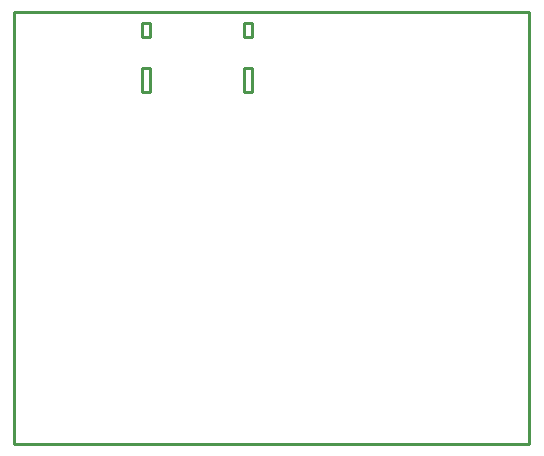
<source format=gbr>
G04 EAGLE Gerber RS-274X export*
G75*
%MOMM*%
%FSLAX34Y34*%
%LPD*%
%IN*%
%IPPOS*%
%AMOC8*
5,1,8,0,0,1.08239X$1,22.5*%
G01*
%ADD10C,0.254000*%


D10*
X254Y508D02*
X436118Y508D01*
X436118Y366014D01*
X254Y366014D01*
X254Y508D01*
X108240Y344530D02*
X115190Y344530D01*
X115190Y356530D01*
X108240Y356530D01*
X108240Y344530D01*
X194690Y344530D02*
X201640Y344530D01*
X201640Y356530D01*
X194690Y356530D01*
X194690Y344530D01*
X194640Y298530D02*
X201640Y298530D01*
X201640Y318530D01*
X194640Y318530D01*
X194640Y298530D01*
X108240Y298530D02*
X115240Y298530D01*
X115240Y318530D01*
X108240Y318530D01*
X108240Y298530D01*
M02*

</source>
